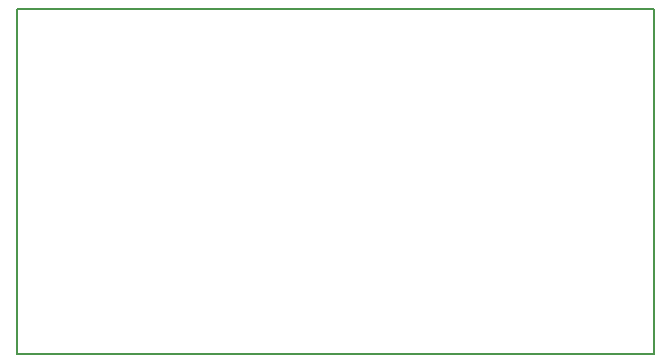
<source format=gm1>
G04 #@! TF.GenerationSoftware,KiCad,Pcbnew,(6.0.7-1)-1*
G04 #@! TF.CreationDate,2022-09-25T23:08:59-07:00*
G04 #@! TF.ProjectId,RCSMCtrl,5243534d-4374-4726-9c2e-6b696361645f,n/c*
G04 #@! TF.SameCoordinates,Original*
G04 #@! TF.FileFunction,Profile,NP*
%FSLAX46Y46*%
G04 Gerber Fmt 4.6, Leading zero omitted, Abs format (unit mm)*
G04 Created by KiCad (PCBNEW (6.0.7-1)-1) date 2022-09-25 23:08:59*
%MOMM*%
%LPD*%
G01*
G04 APERTURE LIST*
G04 #@! TA.AperFunction,Profile*
%ADD10C,0.150000*%
G04 #@! TD*
G04 APERTURE END LIST*
D10*
X146050000Y-97790000D02*
X92075000Y-97790000D01*
X92075000Y-97790000D02*
X92075000Y-68580000D01*
X92075000Y-68580000D02*
X146050000Y-68580000D01*
X146050000Y-68580000D02*
X146050000Y-97790000D01*
M02*

</source>
